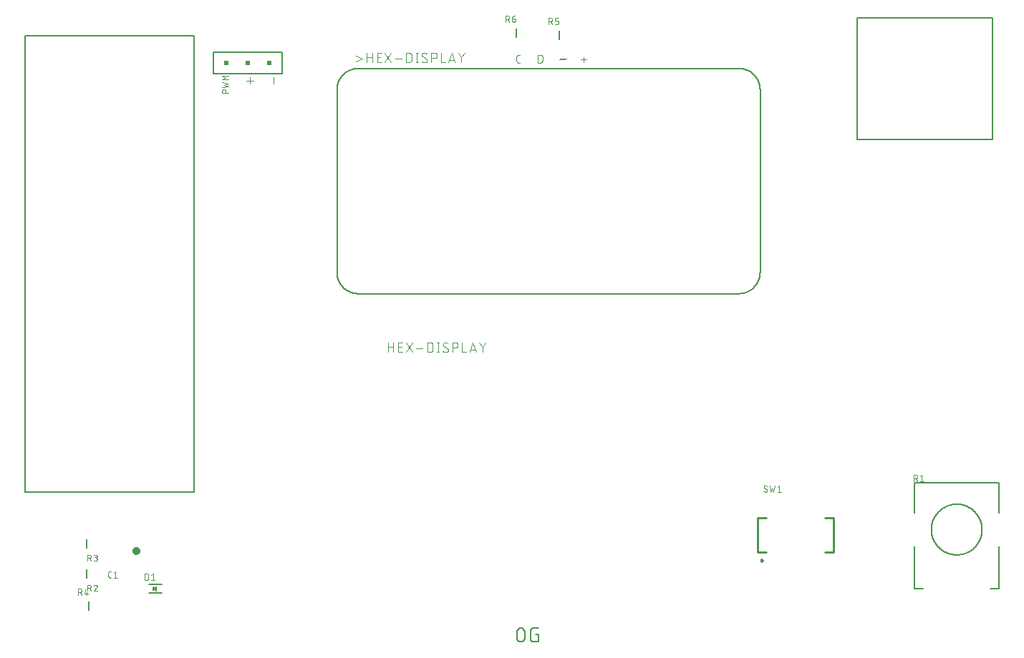
<source format=gbr>
G04 EAGLE Gerber RS-274X export*
G75*
%MOMM*%
%FSLAX34Y34*%
%LPD*%
%INSilkscreen Top*%
%IPPOS*%
%AMOC8*
5,1,8,0,0,1.08239X$1,22.5*%
G01*
%ADD10C,0.152400*%
%ADD11C,0.127000*%
%ADD12C,0.076200*%
%ADD13C,0.101600*%
%ADD14R,0.508000X0.508000*%
%ADD15C,0.050800*%
%ADD16C,0.500000*%
%ADD17C,0.254000*%


D10*
X686562Y56078D02*
X686562Y63302D01*
X686564Y63435D01*
X686570Y63567D01*
X686580Y63699D01*
X686593Y63831D01*
X686611Y63963D01*
X686632Y64093D01*
X686657Y64224D01*
X686686Y64353D01*
X686719Y64481D01*
X686755Y64609D01*
X686795Y64735D01*
X686839Y64860D01*
X686887Y64984D01*
X686938Y65106D01*
X686993Y65227D01*
X687051Y65346D01*
X687113Y65464D01*
X687178Y65579D01*
X687247Y65693D01*
X687318Y65804D01*
X687394Y65913D01*
X687472Y66020D01*
X687553Y66125D01*
X687638Y66227D01*
X687725Y66327D01*
X687815Y66424D01*
X687908Y66519D01*
X688004Y66610D01*
X688102Y66699D01*
X688203Y66785D01*
X688307Y66868D01*
X688413Y66948D01*
X688521Y67024D01*
X688631Y67098D01*
X688744Y67168D01*
X688858Y67235D01*
X688975Y67298D01*
X689093Y67358D01*
X689213Y67415D01*
X689335Y67468D01*
X689458Y67517D01*
X689582Y67563D01*
X689708Y67605D01*
X689835Y67643D01*
X689963Y67678D01*
X690092Y67709D01*
X690221Y67736D01*
X690352Y67759D01*
X690483Y67779D01*
X690615Y67794D01*
X690747Y67806D01*
X690879Y67814D01*
X691012Y67818D01*
X691144Y67818D01*
X691277Y67814D01*
X691409Y67806D01*
X691541Y67794D01*
X691673Y67779D01*
X691804Y67759D01*
X691935Y67736D01*
X692064Y67709D01*
X692193Y67678D01*
X692321Y67643D01*
X692448Y67605D01*
X692574Y67563D01*
X692698Y67517D01*
X692821Y67468D01*
X692943Y67415D01*
X693063Y67358D01*
X693181Y67298D01*
X693298Y67235D01*
X693412Y67168D01*
X693525Y67098D01*
X693635Y67024D01*
X693743Y66948D01*
X693849Y66868D01*
X693953Y66785D01*
X694054Y66699D01*
X694152Y66610D01*
X694248Y66519D01*
X694341Y66424D01*
X694431Y66327D01*
X694518Y66227D01*
X694603Y66125D01*
X694684Y66020D01*
X694762Y65913D01*
X694838Y65804D01*
X694909Y65693D01*
X694978Y65579D01*
X695043Y65464D01*
X695105Y65346D01*
X695163Y65227D01*
X695218Y65106D01*
X695269Y64984D01*
X695317Y64860D01*
X695361Y64735D01*
X695401Y64609D01*
X695437Y64481D01*
X695470Y64353D01*
X695499Y64224D01*
X695524Y64093D01*
X695545Y63963D01*
X695563Y63831D01*
X695576Y63699D01*
X695586Y63567D01*
X695592Y63435D01*
X695594Y63302D01*
X695593Y63302D02*
X695593Y56078D01*
X695594Y56078D02*
X695592Y55945D01*
X695586Y55813D01*
X695576Y55681D01*
X695563Y55549D01*
X695545Y55417D01*
X695524Y55287D01*
X695499Y55156D01*
X695470Y55027D01*
X695437Y54899D01*
X695401Y54771D01*
X695361Y54645D01*
X695317Y54520D01*
X695269Y54396D01*
X695218Y54274D01*
X695163Y54153D01*
X695105Y54034D01*
X695043Y53916D01*
X694978Y53801D01*
X694909Y53687D01*
X694838Y53576D01*
X694762Y53467D01*
X694684Y53360D01*
X694603Y53255D01*
X694518Y53153D01*
X694431Y53053D01*
X694341Y52956D01*
X694248Y52861D01*
X694152Y52770D01*
X694054Y52681D01*
X693953Y52595D01*
X693849Y52512D01*
X693743Y52432D01*
X693635Y52356D01*
X693525Y52282D01*
X693412Y52212D01*
X693298Y52145D01*
X693181Y52082D01*
X693063Y52022D01*
X692943Y51965D01*
X692821Y51912D01*
X692698Y51863D01*
X692574Y51817D01*
X692448Y51775D01*
X692321Y51737D01*
X692193Y51702D01*
X692064Y51671D01*
X691935Y51644D01*
X691804Y51621D01*
X691673Y51601D01*
X691541Y51586D01*
X691409Y51574D01*
X691277Y51566D01*
X691144Y51562D01*
X691012Y51562D01*
X690879Y51566D01*
X690747Y51574D01*
X690615Y51586D01*
X690483Y51601D01*
X690352Y51621D01*
X690221Y51644D01*
X690092Y51671D01*
X689963Y51702D01*
X689835Y51737D01*
X689708Y51775D01*
X689582Y51817D01*
X689458Y51863D01*
X689335Y51912D01*
X689213Y51965D01*
X689093Y52022D01*
X688975Y52082D01*
X688858Y52145D01*
X688744Y52212D01*
X688631Y52282D01*
X688521Y52356D01*
X688413Y52432D01*
X688307Y52512D01*
X688203Y52595D01*
X688102Y52681D01*
X688004Y52770D01*
X687908Y52861D01*
X687815Y52956D01*
X687725Y53053D01*
X687638Y53153D01*
X687553Y53255D01*
X687472Y53360D01*
X687394Y53467D01*
X687318Y53576D01*
X687247Y53687D01*
X687178Y53801D01*
X687113Y53916D01*
X687051Y54034D01*
X686993Y54153D01*
X686938Y54274D01*
X686887Y54396D01*
X686839Y54520D01*
X686795Y54645D01*
X686755Y54771D01*
X686719Y54899D01*
X686686Y55027D01*
X686657Y55156D01*
X686632Y55287D01*
X686611Y55417D01*
X686593Y55549D01*
X686580Y55681D01*
X686570Y55813D01*
X686564Y55945D01*
X686562Y56078D01*
X709036Y60593D02*
X711745Y60593D01*
X711745Y51562D01*
X706327Y51562D01*
X706209Y51564D01*
X706091Y51570D01*
X705973Y51579D01*
X705856Y51593D01*
X705739Y51610D01*
X705622Y51631D01*
X705507Y51656D01*
X705392Y51685D01*
X705278Y51718D01*
X705166Y51754D01*
X705055Y51794D01*
X704945Y51837D01*
X704836Y51884D01*
X704729Y51934D01*
X704624Y51989D01*
X704521Y52046D01*
X704420Y52107D01*
X704320Y52171D01*
X704223Y52238D01*
X704128Y52308D01*
X704036Y52382D01*
X703945Y52458D01*
X703858Y52538D01*
X703773Y52620D01*
X703691Y52705D01*
X703611Y52792D01*
X703535Y52883D01*
X703461Y52975D01*
X703391Y53070D01*
X703324Y53167D01*
X703260Y53267D01*
X703199Y53368D01*
X703142Y53471D01*
X703087Y53576D01*
X703037Y53683D01*
X702990Y53792D01*
X702947Y53902D01*
X702907Y54013D01*
X702871Y54125D01*
X702838Y54239D01*
X702809Y54354D01*
X702784Y54469D01*
X702763Y54586D01*
X702746Y54703D01*
X702732Y54820D01*
X702723Y54938D01*
X702717Y55056D01*
X702715Y55174D01*
X702714Y55174D02*
X702714Y64206D01*
X702715Y64206D02*
X702717Y64324D01*
X702723Y64442D01*
X702732Y64560D01*
X702746Y64677D01*
X702763Y64794D01*
X702784Y64911D01*
X702809Y65026D01*
X702838Y65141D01*
X702871Y65255D01*
X702907Y65367D01*
X702947Y65478D01*
X702990Y65588D01*
X703037Y65697D01*
X703087Y65804D01*
X703141Y65909D01*
X703199Y66012D01*
X703260Y66113D01*
X703324Y66213D01*
X703391Y66310D01*
X703461Y66405D01*
X703535Y66497D01*
X703611Y66588D01*
X703691Y66675D01*
X703773Y66760D01*
X703858Y66842D01*
X703945Y66922D01*
X704036Y66998D01*
X704128Y67072D01*
X704223Y67142D01*
X704320Y67209D01*
X704420Y67273D01*
X704521Y67334D01*
X704624Y67391D01*
X704729Y67445D01*
X704836Y67496D01*
X704945Y67543D01*
X705055Y67586D01*
X705166Y67626D01*
X705278Y67662D01*
X705392Y67695D01*
X705507Y67724D01*
X705622Y67749D01*
X705739Y67770D01*
X705856Y67787D01*
X705973Y67801D01*
X706091Y67810D01*
X706209Y67816D01*
X706327Y67818D01*
X711745Y67818D01*
D11*
X473710Y488950D02*
X473710Y704850D01*
X974090Y704850D02*
X974090Y488950D01*
X948690Y730250D02*
X499110Y730250D01*
X499110Y463550D02*
X948690Y463550D01*
X949304Y463557D01*
X949917Y463580D01*
X950530Y463617D01*
X951141Y463669D01*
X951752Y463735D01*
X952360Y463817D01*
X952966Y463913D01*
X953570Y464023D01*
X954171Y464148D01*
X954769Y464288D01*
X955363Y464442D01*
X955953Y464611D01*
X956539Y464793D01*
X957120Y464990D01*
X957697Y465201D01*
X958268Y465425D01*
X958834Y465663D01*
X959394Y465915D01*
X959947Y466181D01*
X960494Y466459D01*
X961034Y466751D01*
X961567Y467056D01*
X962092Y467374D01*
X962610Y467704D01*
X963119Y468046D01*
X963620Y468401D01*
X964112Y468768D01*
X964595Y469146D01*
X965069Y469536D01*
X965533Y469938D01*
X965988Y470350D01*
X966432Y470774D01*
X966866Y471208D01*
X967290Y471652D01*
X967702Y472107D01*
X968104Y472571D01*
X968494Y473045D01*
X968872Y473528D01*
X969239Y474020D01*
X969594Y474521D01*
X969936Y475030D01*
X970266Y475548D01*
X970584Y476073D01*
X970889Y476606D01*
X971181Y477146D01*
X971459Y477693D01*
X971725Y478246D01*
X971977Y478806D01*
X972215Y479372D01*
X972439Y479943D01*
X972650Y480520D01*
X972847Y481101D01*
X973029Y481687D01*
X973198Y482277D01*
X973352Y482871D01*
X973492Y483469D01*
X973617Y484070D01*
X973727Y484674D01*
X973823Y485280D01*
X973905Y485888D01*
X973971Y486499D01*
X974023Y487110D01*
X974060Y487723D01*
X974083Y488336D01*
X974090Y488950D01*
X974090Y704850D02*
X974083Y705464D01*
X974060Y706077D01*
X974023Y706690D01*
X973971Y707301D01*
X973905Y707912D01*
X973823Y708520D01*
X973727Y709126D01*
X973617Y709730D01*
X973492Y710331D01*
X973352Y710929D01*
X973198Y711523D01*
X973029Y712113D01*
X972847Y712699D01*
X972650Y713280D01*
X972439Y713857D01*
X972215Y714428D01*
X971977Y714994D01*
X971725Y715554D01*
X971459Y716107D01*
X971181Y716654D01*
X970889Y717194D01*
X970584Y717727D01*
X970266Y718252D01*
X969936Y718770D01*
X969594Y719279D01*
X969239Y719780D01*
X968872Y720272D01*
X968494Y720755D01*
X968104Y721229D01*
X967702Y721693D01*
X967290Y722148D01*
X966866Y722592D01*
X966432Y723026D01*
X965988Y723450D01*
X965533Y723862D01*
X965069Y724264D01*
X964595Y724654D01*
X964112Y725032D01*
X963620Y725399D01*
X963119Y725754D01*
X962610Y726096D01*
X962092Y726426D01*
X961567Y726744D01*
X961034Y727049D01*
X960494Y727341D01*
X959947Y727619D01*
X959394Y727885D01*
X958834Y728137D01*
X958268Y728375D01*
X957697Y728599D01*
X957120Y728810D01*
X956539Y729007D01*
X955953Y729189D01*
X955363Y729358D01*
X954769Y729512D01*
X954171Y729652D01*
X953570Y729777D01*
X952966Y729887D01*
X952360Y729983D01*
X951752Y730065D01*
X951141Y730131D01*
X950530Y730183D01*
X949917Y730220D01*
X949304Y730243D01*
X948690Y730250D01*
X499110Y730250D02*
X498496Y730243D01*
X497883Y730220D01*
X497270Y730183D01*
X496659Y730131D01*
X496048Y730065D01*
X495440Y729983D01*
X494834Y729887D01*
X494230Y729777D01*
X493629Y729652D01*
X493031Y729512D01*
X492437Y729358D01*
X491847Y729189D01*
X491261Y729007D01*
X490680Y728810D01*
X490103Y728599D01*
X489532Y728375D01*
X488966Y728137D01*
X488406Y727885D01*
X487853Y727619D01*
X487306Y727341D01*
X486766Y727049D01*
X486233Y726744D01*
X485708Y726426D01*
X485190Y726096D01*
X484681Y725754D01*
X484180Y725399D01*
X483688Y725032D01*
X483205Y724654D01*
X482731Y724264D01*
X482267Y723862D01*
X481812Y723450D01*
X481368Y723026D01*
X480934Y722592D01*
X480510Y722148D01*
X480098Y721693D01*
X479696Y721229D01*
X479306Y720755D01*
X478928Y720272D01*
X478561Y719780D01*
X478206Y719279D01*
X477864Y718770D01*
X477534Y718252D01*
X477216Y717727D01*
X476911Y717194D01*
X476619Y716654D01*
X476341Y716107D01*
X476075Y715554D01*
X475823Y714994D01*
X475585Y714428D01*
X475361Y713857D01*
X475150Y713280D01*
X474953Y712699D01*
X474771Y712113D01*
X474602Y711523D01*
X474448Y710929D01*
X474308Y710331D01*
X474183Y709730D01*
X474073Y709126D01*
X473977Y708520D01*
X473895Y707912D01*
X473829Y707301D01*
X473777Y706690D01*
X473740Y706077D01*
X473717Y705464D01*
X473710Y704850D01*
X473710Y488950D02*
X473717Y488336D01*
X473740Y487723D01*
X473777Y487110D01*
X473829Y486499D01*
X473895Y485888D01*
X473977Y485280D01*
X474073Y484674D01*
X474183Y484070D01*
X474308Y483469D01*
X474448Y482871D01*
X474602Y482277D01*
X474771Y481687D01*
X474953Y481101D01*
X475150Y480520D01*
X475361Y479943D01*
X475585Y479372D01*
X475823Y478806D01*
X476075Y478246D01*
X476341Y477693D01*
X476619Y477146D01*
X476911Y476606D01*
X477216Y476073D01*
X477534Y475548D01*
X477864Y475030D01*
X478206Y474521D01*
X478561Y474020D01*
X478928Y473528D01*
X479306Y473045D01*
X479696Y472571D01*
X480098Y472107D01*
X480510Y471652D01*
X480934Y471208D01*
X481368Y470774D01*
X481812Y470350D01*
X482267Y469938D01*
X482731Y469536D01*
X483205Y469146D01*
X483688Y468768D01*
X484180Y468401D01*
X484681Y468046D01*
X485190Y467704D01*
X485708Y467374D01*
X486233Y467056D01*
X486766Y466751D01*
X487306Y466459D01*
X487853Y466181D01*
X488406Y465915D01*
X488966Y465663D01*
X489532Y465425D01*
X490103Y465201D01*
X490680Y464990D01*
X491261Y464793D01*
X491847Y464611D01*
X492437Y464442D01*
X493031Y464288D01*
X493629Y464148D01*
X494230Y464023D01*
X494834Y463913D01*
X495440Y463817D01*
X496048Y463735D01*
X496659Y463669D01*
X497270Y463617D01*
X497883Y463580D01*
X498496Y463557D01*
X499110Y463550D01*
D12*
X688269Y736981D02*
X690358Y736981D01*
X688269Y736981D02*
X688180Y736983D01*
X688092Y736989D01*
X688004Y736998D01*
X687916Y737011D01*
X687829Y737028D01*
X687743Y737048D01*
X687658Y737073D01*
X687573Y737100D01*
X687490Y737132D01*
X687409Y737166D01*
X687329Y737205D01*
X687251Y737246D01*
X687174Y737291D01*
X687100Y737339D01*
X687027Y737390D01*
X686957Y737444D01*
X686890Y737502D01*
X686824Y737562D01*
X686762Y737624D01*
X686702Y737690D01*
X686644Y737757D01*
X686590Y737827D01*
X686539Y737900D01*
X686491Y737974D01*
X686446Y738051D01*
X686405Y738129D01*
X686366Y738209D01*
X686332Y738290D01*
X686300Y738373D01*
X686273Y738458D01*
X686248Y738543D01*
X686228Y738629D01*
X686211Y738716D01*
X686198Y738804D01*
X686189Y738892D01*
X686183Y738980D01*
X686181Y739069D01*
X686181Y744291D01*
X686183Y744382D01*
X686189Y744473D01*
X686199Y744564D01*
X686213Y744654D01*
X686230Y744743D01*
X686252Y744831D01*
X686278Y744919D01*
X686307Y745005D01*
X686340Y745090D01*
X686377Y745173D01*
X686417Y745255D01*
X686461Y745335D01*
X686508Y745413D01*
X686559Y745489D01*
X686612Y745562D01*
X686669Y745633D01*
X686730Y745702D01*
X686793Y745767D01*
X686858Y745830D01*
X686927Y745890D01*
X686998Y745948D01*
X687071Y746001D01*
X687147Y746052D01*
X687225Y746099D01*
X687305Y746143D01*
X687387Y746183D01*
X687470Y746220D01*
X687555Y746253D01*
X687641Y746282D01*
X687729Y746308D01*
X687817Y746330D01*
X687906Y746347D01*
X687996Y746361D01*
X688087Y746371D01*
X688178Y746377D01*
X688269Y746379D01*
X690358Y746379D01*
X711581Y746379D02*
X711581Y736981D01*
X711581Y746379D02*
X714192Y746379D01*
X714292Y746377D01*
X714392Y746371D01*
X714491Y746362D01*
X714591Y746348D01*
X714689Y746331D01*
X714787Y746310D01*
X714884Y746286D01*
X714980Y746257D01*
X715075Y746225D01*
X715168Y746190D01*
X715260Y746151D01*
X715351Y746108D01*
X715439Y746062D01*
X715526Y746012D01*
X715611Y745960D01*
X715694Y745904D01*
X715775Y745845D01*
X715853Y745782D01*
X715929Y745717D01*
X716003Y745649D01*
X716073Y745579D01*
X716141Y745505D01*
X716206Y745429D01*
X716269Y745351D01*
X716328Y745270D01*
X716384Y745187D01*
X716436Y745102D01*
X716486Y745015D01*
X716532Y744927D01*
X716575Y744836D01*
X716614Y744744D01*
X716649Y744651D01*
X716681Y744556D01*
X716710Y744460D01*
X716734Y744363D01*
X716755Y744265D01*
X716772Y744167D01*
X716786Y744067D01*
X716795Y743968D01*
X716801Y743868D01*
X716803Y743768D01*
X716802Y743768D02*
X716802Y739592D01*
X716803Y739592D02*
X716801Y739492D01*
X716795Y739392D01*
X716786Y739293D01*
X716772Y739193D01*
X716755Y739095D01*
X716734Y738997D01*
X716710Y738900D01*
X716681Y738804D01*
X716649Y738709D01*
X716614Y738616D01*
X716575Y738524D01*
X716532Y738433D01*
X716486Y738345D01*
X716436Y738258D01*
X716384Y738173D01*
X716328Y738090D01*
X716269Y738009D01*
X716206Y737931D01*
X716141Y737855D01*
X716073Y737781D01*
X716003Y737711D01*
X715929Y737643D01*
X715853Y737578D01*
X715775Y737515D01*
X715694Y737456D01*
X715611Y737400D01*
X715526Y737348D01*
X715439Y737298D01*
X715351Y737252D01*
X715260Y737209D01*
X715168Y737170D01*
X715075Y737135D01*
X714980Y737103D01*
X714884Y737074D01*
X714787Y737050D01*
X714689Y737029D01*
X714591Y737012D01*
X714491Y736998D01*
X714392Y736989D01*
X714292Y736983D01*
X714192Y736981D01*
X711581Y736981D01*
X762381Y740636D02*
X768646Y740636D01*
X765514Y743768D02*
X765514Y737503D01*
D13*
X744897Y741652D02*
X737108Y741652D01*
D12*
X736981Y740636D02*
X743246Y740636D01*
D13*
X503597Y741652D02*
X495808Y744897D01*
X495808Y738406D02*
X503597Y741652D01*
X509030Y737108D02*
X509030Y748792D01*
X509030Y743599D02*
X515521Y743599D01*
X515521Y748792D02*
X515521Y737108D01*
X521245Y737108D02*
X526438Y737108D01*
X521245Y737108D02*
X521245Y748792D01*
X526438Y748792D01*
X525139Y743599D02*
X521245Y743599D01*
X530098Y737108D02*
X537887Y748792D01*
X530098Y748792D02*
X537887Y737108D01*
X542290Y741652D02*
X550079Y741652D01*
X555512Y737108D02*
X555512Y748792D01*
X558758Y748792D01*
X558871Y748790D01*
X558984Y748784D01*
X559097Y748774D01*
X559210Y748760D01*
X559322Y748743D01*
X559433Y748721D01*
X559543Y748696D01*
X559653Y748666D01*
X559761Y748633D01*
X559868Y748596D01*
X559974Y748556D01*
X560078Y748511D01*
X560181Y748463D01*
X560282Y748412D01*
X560381Y748357D01*
X560478Y748299D01*
X560573Y748237D01*
X560666Y748172D01*
X560756Y748104D01*
X560844Y748033D01*
X560930Y747958D01*
X561013Y747881D01*
X561093Y747801D01*
X561170Y747718D01*
X561245Y747632D01*
X561316Y747544D01*
X561384Y747454D01*
X561449Y747361D01*
X561511Y747266D01*
X561569Y747169D01*
X561624Y747070D01*
X561675Y746969D01*
X561723Y746866D01*
X561768Y746762D01*
X561808Y746656D01*
X561845Y746549D01*
X561878Y746441D01*
X561908Y746331D01*
X561933Y746221D01*
X561955Y746110D01*
X561972Y745998D01*
X561986Y745885D01*
X561996Y745772D01*
X562002Y745659D01*
X562004Y745546D01*
X562003Y745546D02*
X562003Y740354D01*
X562004Y740354D02*
X562002Y740241D01*
X561996Y740128D01*
X561986Y740015D01*
X561972Y739902D01*
X561955Y739790D01*
X561933Y739679D01*
X561908Y739569D01*
X561878Y739459D01*
X561845Y739351D01*
X561808Y739244D01*
X561768Y739138D01*
X561723Y739034D01*
X561675Y738931D01*
X561624Y738830D01*
X561569Y738731D01*
X561511Y738634D01*
X561449Y738539D01*
X561384Y738446D01*
X561316Y738356D01*
X561245Y738268D01*
X561170Y738182D01*
X561093Y738099D01*
X561013Y738019D01*
X560930Y737942D01*
X560844Y737867D01*
X560756Y737796D01*
X560666Y737728D01*
X560573Y737663D01*
X560478Y737601D01*
X560381Y737543D01*
X560282Y737488D01*
X560181Y737437D01*
X560078Y737389D01*
X559974Y737344D01*
X559868Y737304D01*
X559761Y737267D01*
X559653Y737234D01*
X559543Y737204D01*
X559433Y737179D01*
X559322Y737157D01*
X559210Y737140D01*
X559097Y737126D01*
X558984Y737116D01*
X558871Y737110D01*
X558758Y737108D01*
X555512Y737108D01*
X568283Y737108D02*
X568283Y748792D01*
X566984Y737108D02*
X569581Y737108D01*
X569581Y748792D02*
X566984Y748792D01*
X577695Y737108D02*
X577794Y737110D01*
X577894Y737116D01*
X577993Y737125D01*
X578091Y737138D01*
X578189Y737155D01*
X578287Y737176D01*
X578383Y737201D01*
X578478Y737229D01*
X578572Y737261D01*
X578665Y737296D01*
X578757Y737335D01*
X578847Y737378D01*
X578935Y737423D01*
X579022Y737473D01*
X579106Y737525D01*
X579189Y737581D01*
X579269Y737639D01*
X579347Y737701D01*
X579422Y737766D01*
X579495Y737834D01*
X579565Y737904D01*
X579633Y737977D01*
X579698Y738052D01*
X579760Y738130D01*
X579818Y738210D01*
X579874Y738293D01*
X579926Y738377D01*
X579976Y738464D01*
X580021Y738552D01*
X580064Y738642D01*
X580103Y738734D01*
X580138Y738827D01*
X580170Y738921D01*
X580198Y739016D01*
X580223Y739112D01*
X580244Y739210D01*
X580261Y739308D01*
X580274Y739406D01*
X580283Y739505D01*
X580289Y739605D01*
X580291Y739704D01*
X577695Y737108D02*
X577551Y737110D01*
X577406Y737116D01*
X577262Y737125D01*
X577119Y737138D01*
X576975Y737155D01*
X576832Y737176D01*
X576690Y737201D01*
X576549Y737229D01*
X576408Y737261D01*
X576268Y737297D01*
X576129Y737336D01*
X575991Y737379D01*
X575855Y737426D01*
X575719Y737476D01*
X575585Y737530D01*
X575453Y737587D01*
X575322Y737648D01*
X575193Y737712D01*
X575065Y737780D01*
X574939Y737850D01*
X574815Y737925D01*
X574694Y738002D01*
X574574Y738083D01*
X574456Y738166D01*
X574341Y738253D01*
X574228Y738343D01*
X574117Y738436D01*
X574009Y738531D01*
X573903Y738630D01*
X573800Y738731D01*
X574125Y746196D02*
X574127Y746295D01*
X574133Y746395D01*
X574142Y746494D01*
X574155Y746592D01*
X574172Y746690D01*
X574193Y746788D01*
X574218Y746884D01*
X574246Y746979D01*
X574278Y747073D01*
X574313Y747166D01*
X574352Y747258D01*
X574395Y747348D01*
X574440Y747436D01*
X574490Y747523D01*
X574542Y747607D01*
X574598Y747690D01*
X574656Y747770D01*
X574718Y747848D01*
X574783Y747923D01*
X574851Y747996D01*
X574921Y748066D01*
X574994Y748134D01*
X575069Y748199D01*
X575147Y748261D01*
X575227Y748319D01*
X575310Y748375D01*
X575394Y748427D01*
X575481Y748477D01*
X575569Y748522D01*
X575659Y748565D01*
X575751Y748604D01*
X575844Y748639D01*
X575938Y748671D01*
X576033Y748699D01*
X576130Y748724D01*
X576227Y748745D01*
X576325Y748762D01*
X576423Y748775D01*
X576522Y748784D01*
X576622Y748790D01*
X576721Y748792D01*
X576857Y748790D01*
X576993Y748784D01*
X577129Y748775D01*
X577265Y748762D01*
X577400Y748744D01*
X577534Y748724D01*
X577668Y748699D01*
X577802Y748671D01*
X577934Y748638D01*
X578065Y748603D01*
X578196Y748563D01*
X578325Y748520D01*
X578453Y748474D01*
X578579Y748423D01*
X578705Y748370D01*
X578828Y748312D01*
X578950Y748252D01*
X579070Y748188D01*
X579189Y748120D01*
X579305Y748050D01*
X579419Y747976D01*
X579532Y747899D01*
X579642Y747818D01*
X575423Y743924D02*
X575337Y743977D01*
X575253Y744034D01*
X575171Y744093D01*
X575091Y744156D01*
X575014Y744222D01*
X574939Y744290D01*
X574867Y744362D01*
X574798Y744436D01*
X574732Y744513D01*
X574669Y744592D01*
X574609Y744674D01*
X574552Y744758D01*
X574498Y744844D01*
X574448Y744932D01*
X574401Y745022D01*
X574357Y745113D01*
X574318Y745207D01*
X574281Y745301D01*
X574249Y745397D01*
X574220Y745495D01*
X574195Y745593D01*
X574174Y745692D01*
X574156Y745792D01*
X574143Y745892D01*
X574133Y745993D01*
X574127Y746095D01*
X574125Y746196D01*
X578993Y741976D02*
X579079Y741923D01*
X579163Y741866D01*
X579245Y741807D01*
X579325Y741744D01*
X579402Y741678D01*
X579477Y741610D01*
X579549Y741538D01*
X579618Y741464D01*
X579684Y741387D01*
X579747Y741308D01*
X579807Y741226D01*
X579864Y741142D01*
X579918Y741056D01*
X579968Y740968D01*
X580015Y740878D01*
X580059Y740787D01*
X580098Y740693D01*
X580135Y740599D01*
X580167Y740503D01*
X580196Y740405D01*
X580221Y740307D01*
X580242Y740208D01*
X580260Y740108D01*
X580273Y740008D01*
X580283Y739907D01*
X580289Y739805D01*
X580291Y739704D01*
X578993Y741976D02*
X575423Y743924D01*
X585399Y748792D02*
X585399Y737108D01*
X585399Y748792D02*
X588645Y748792D01*
X588758Y748790D01*
X588871Y748784D01*
X588984Y748774D01*
X589097Y748760D01*
X589209Y748743D01*
X589320Y748721D01*
X589430Y748696D01*
X589540Y748666D01*
X589648Y748633D01*
X589755Y748596D01*
X589861Y748556D01*
X589965Y748511D01*
X590068Y748463D01*
X590169Y748412D01*
X590268Y748357D01*
X590365Y748299D01*
X590460Y748237D01*
X590553Y748172D01*
X590643Y748104D01*
X590731Y748033D01*
X590817Y747958D01*
X590900Y747881D01*
X590980Y747801D01*
X591057Y747718D01*
X591132Y747632D01*
X591203Y747544D01*
X591271Y747454D01*
X591336Y747361D01*
X591398Y747266D01*
X591456Y747169D01*
X591511Y747070D01*
X591562Y746969D01*
X591610Y746866D01*
X591655Y746762D01*
X591695Y746656D01*
X591732Y746549D01*
X591765Y746441D01*
X591795Y746331D01*
X591820Y746221D01*
X591842Y746110D01*
X591859Y745998D01*
X591873Y745885D01*
X591883Y745772D01*
X591889Y745659D01*
X591891Y745546D01*
X591889Y745433D01*
X591883Y745320D01*
X591873Y745207D01*
X591859Y745094D01*
X591842Y744982D01*
X591820Y744871D01*
X591795Y744761D01*
X591765Y744651D01*
X591732Y744543D01*
X591695Y744436D01*
X591655Y744330D01*
X591610Y744226D01*
X591562Y744123D01*
X591511Y744022D01*
X591456Y743923D01*
X591398Y743826D01*
X591336Y743731D01*
X591271Y743638D01*
X591203Y743548D01*
X591132Y743460D01*
X591057Y743374D01*
X590980Y743291D01*
X590900Y743211D01*
X590817Y743134D01*
X590731Y743059D01*
X590643Y742988D01*
X590553Y742920D01*
X590460Y742855D01*
X590365Y742793D01*
X590268Y742735D01*
X590169Y742680D01*
X590068Y742629D01*
X589965Y742581D01*
X589861Y742536D01*
X589755Y742496D01*
X589648Y742459D01*
X589540Y742426D01*
X589430Y742396D01*
X589320Y742371D01*
X589209Y742349D01*
X589097Y742332D01*
X588984Y742318D01*
X588871Y742308D01*
X588758Y742302D01*
X588645Y742300D01*
X588645Y742301D02*
X585399Y742301D01*
X596683Y737108D02*
X596683Y748792D01*
X596683Y737108D02*
X601875Y737108D01*
X605536Y737108D02*
X609431Y748792D01*
X613325Y737108D01*
X612352Y740029D02*
X606510Y740029D01*
X616966Y748792D02*
X620861Y743275D01*
X624755Y748792D01*
X620861Y743275D02*
X620861Y737108D01*
X533908Y405892D02*
X533908Y394208D01*
X533908Y400699D02*
X540399Y400699D01*
X540399Y405892D02*
X540399Y394208D01*
X546123Y394208D02*
X551315Y394208D01*
X546123Y394208D02*
X546123Y405892D01*
X551315Y405892D01*
X550017Y400699D02*
X546123Y400699D01*
X554976Y394208D02*
X562765Y405892D01*
X554976Y405892D02*
X562765Y394208D01*
X567168Y398752D02*
X574957Y398752D01*
X580390Y394208D02*
X580390Y405892D01*
X583636Y405892D01*
X583749Y405890D01*
X583862Y405884D01*
X583975Y405874D01*
X584088Y405860D01*
X584200Y405843D01*
X584311Y405821D01*
X584421Y405796D01*
X584531Y405766D01*
X584639Y405733D01*
X584746Y405696D01*
X584852Y405656D01*
X584956Y405611D01*
X585059Y405563D01*
X585160Y405512D01*
X585259Y405457D01*
X585356Y405399D01*
X585451Y405337D01*
X585544Y405272D01*
X585634Y405204D01*
X585722Y405133D01*
X585808Y405058D01*
X585891Y404981D01*
X585971Y404901D01*
X586048Y404818D01*
X586123Y404732D01*
X586194Y404644D01*
X586262Y404554D01*
X586327Y404461D01*
X586389Y404366D01*
X586447Y404269D01*
X586502Y404170D01*
X586553Y404069D01*
X586601Y403966D01*
X586646Y403862D01*
X586686Y403756D01*
X586723Y403649D01*
X586756Y403541D01*
X586786Y403431D01*
X586811Y403321D01*
X586833Y403210D01*
X586850Y403098D01*
X586864Y402985D01*
X586874Y402872D01*
X586880Y402759D01*
X586882Y402646D01*
X586881Y402646D02*
X586881Y397454D01*
X586882Y397454D02*
X586880Y397341D01*
X586874Y397228D01*
X586864Y397115D01*
X586850Y397002D01*
X586833Y396890D01*
X586811Y396779D01*
X586786Y396669D01*
X586756Y396559D01*
X586723Y396451D01*
X586686Y396344D01*
X586646Y396238D01*
X586601Y396134D01*
X586553Y396031D01*
X586502Y395930D01*
X586447Y395831D01*
X586389Y395734D01*
X586327Y395639D01*
X586262Y395546D01*
X586194Y395456D01*
X586123Y395368D01*
X586048Y395282D01*
X585971Y395199D01*
X585891Y395119D01*
X585808Y395042D01*
X585722Y394967D01*
X585634Y394896D01*
X585544Y394828D01*
X585451Y394763D01*
X585356Y394701D01*
X585259Y394643D01*
X585160Y394588D01*
X585059Y394537D01*
X584956Y394489D01*
X584852Y394444D01*
X584746Y394404D01*
X584639Y394367D01*
X584531Y394334D01*
X584421Y394304D01*
X584311Y394279D01*
X584200Y394257D01*
X584088Y394240D01*
X583975Y394226D01*
X583862Y394216D01*
X583749Y394210D01*
X583636Y394208D01*
X580390Y394208D01*
X593161Y394208D02*
X593161Y405892D01*
X591862Y394208D02*
X594459Y394208D01*
X594459Y405892D02*
X591862Y405892D01*
X602573Y394208D02*
X602672Y394210D01*
X602772Y394216D01*
X602871Y394225D01*
X602969Y394238D01*
X603067Y394255D01*
X603165Y394276D01*
X603261Y394301D01*
X603356Y394329D01*
X603450Y394361D01*
X603543Y394396D01*
X603635Y394435D01*
X603725Y394478D01*
X603813Y394523D01*
X603900Y394573D01*
X603984Y394625D01*
X604067Y394681D01*
X604147Y394739D01*
X604225Y394801D01*
X604300Y394866D01*
X604373Y394934D01*
X604443Y395004D01*
X604511Y395077D01*
X604576Y395152D01*
X604638Y395230D01*
X604696Y395310D01*
X604752Y395393D01*
X604804Y395477D01*
X604854Y395564D01*
X604899Y395652D01*
X604942Y395742D01*
X604981Y395834D01*
X605016Y395927D01*
X605048Y396021D01*
X605076Y396116D01*
X605101Y396212D01*
X605122Y396310D01*
X605139Y396408D01*
X605152Y396506D01*
X605161Y396605D01*
X605167Y396705D01*
X605169Y396804D01*
X602573Y394208D02*
X602429Y394210D01*
X602284Y394216D01*
X602140Y394225D01*
X601997Y394238D01*
X601853Y394255D01*
X601710Y394276D01*
X601568Y394301D01*
X601427Y394329D01*
X601286Y394361D01*
X601146Y394397D01*
X601007Y394436D01*
X600869Y394479D01*
X600733Y394526D01*
X600597Y394576D01*
X600463Y394630D01*
X600331Y394687D01*
X600200Y394748D01*
X600071Y394812D01*
X599943Y394880D01*
X599817Y394950D01*
X599693Y395025D01*
X599572Y395102D01*
X599452Y395183D01*
X599334Y395266D01*
X599219Y395353D01*
X599106Y395443D01*
X598995Y395536D01*
X598887Y395631D01*
X598781Y395730D01*
X598678Y395831D01*
X599003Y403296D02*
X599005Y403395D01*
X599011Y403495D01*
X599020Y403594D01*
X599033Y403692D01*
X599050Y403790D01*
X599071Y403888D01*
X599096Y403984D01*
X599124Y404079D01*
X599156Y404173D01*
X599191Y404266D01*
X599230Y404358D01*
X599273Y404448D01*
X599318Y404536D01*
X599368Y404623D01*
X599420Y404707D01*
X599476Y404790D01*
X599534Y404870D01*
X599596Y404948D01*
X599661Y405023D01*
X599729Y405096D01*
X599799Y405166D01*
X599872Y405234D01*
X599947Y405299D01*
X600025Y405361D01*
X600105Y405419D01*
X600188Y405475D01*
X600272Y405527D01*
X600359Y405577D01*
X600447Y405622D01*
X600537Y405665D01*
X600629Y405704D01*
X600722Y405739D01*
X600816Y405771D01*
X600911Y405799D01*
X601008Y405824D01*
X601105Y405845D01*
X601203Y405862D01*
X601301Y405875D01*
X601400Y405884D01*
X601500Y405890D01*
X601599Y405892D01*
X601735Y405890D01*
X601871Y405884D01*
X602007Y405875D01*
X602143Y405862D01*
X602278Y405844D01*
X602412Y405824D01*
X602546Y405799D01*
X602680Y405771D01*
X602812Y405738D01*
X602943Y405703D01*
X603074Y405663D01*
X603203Y405620D01*
X603331Y405574D01*
X603457Y405523D01*
X603583Y405470D01*
X603706Y405412D01*
X603828Y405352D01*
X603948Y405288D01*
X604067Y405220D01*
X604183Y405150D01*
X604297Y405076D01*
X604410Y404999D01*
X604520Y404918D01*
X600300Y401024D02*
X600214Y401077D01*
X600130Y401134D01*
X600048Y401193D01*
X599968Y401256D01*
X599891Y401322D01*
X599816Y401390D01*
X599744Y401462D01*
X599675Y401536D01*
X599609Y401613D01*
X599546Y401692D01*
X599486Y401774D01*
X599429Y401858D01*
X599375Y401944D01*
X599325Y402032D01*
X599278Y402122D01*
X599234Y402213D01*
X599195Y402307D01*
X599158Y402401D01*
X599126Y402497D01*
X599097Y402595D01*
X599072Y402693D01*
X599051Y402792D01*
X599033Y402892D01*
X599020Y402992D01*
X599010Y403093D01*
X599004Y403195D01*
X599002Y403296D01*
X603871Y399076D02*
X603957Y399023D01*
X604041Y398966D01*
X604123Y398907D01*
X604203Y398844D01*
X604280Y398778D01*
X604355Y398710D01*
X604427Y398638D01*
X604496Y398564D01*
X604562Y398487D01*
X604625Y398408D01*
X604685Y398326D01*
X604742Y398242D01*
X604796Y398156D01*
X604846Y398068D01*
X604893Y397978D01*
X604937Y397887D01*
X604976Y397793D01*
X605013Y397699D01*
X605045Y397603D01*
X605074Y397505D01*
X605099Y397407D01*
X605120Y397308D01*
X605138Y397208D01*
X605151Y397108D01*
X605161Y397007D01*
X605167Y396905D01*
X605169Y396804D01*
X603871Y399076D02*
X600301Y401024D01*
X610277Y405892D02*
X610277Y394208D01*
X610277Y405892D02*
X613523Y405892D01*
X613636Y405890D01*
X613749Y405884D01*
X613862Y405874D01*
X613975Y405860D01*
X614087Y405843D01*
X614198Y405821D01*
X614308Y405796D01*
X614418Y405766D01*
X614526Y405733D01*
X614633Y405696D01*
X614739Y405656D01*
X614843Y405611D01*
X614946Y405563D01*
X615047Y405512D01*
X615146Y405457D01*
X615243Y405399D01*
X615338Y405337D01*
X615431Y405272D01*
X615521Y405204D01*
X615609Y405133D01*
X615695Y405058D01*
X615778Y404981D01*
X615858Y404901D01*
X615935Y404818D01*
X616010Y404732D01*
X616081Y404644D01*
X616149Y404554D01*
X616214Y404461D01*
X616276Y404366D01*
X616334Y404269D01*
X616389Y404170D01*
X616440Y404069D01*
X616488Y403966D01*
X616533Y403862D01*
X616573Y403756D01*
X616610Y403649D01*
X616643Y403541D01*
X616673Y403431D01*
X616698Y403321D01*
X616720Y403210D01*
X616737Y403098D01*
X616751Y402985D01*
X616761Y402872D01*
X616767Y402759D01*
X616769Y402646D01*
X616767Y402533D01*
X616761Y402420D01*
X616751Y402307D01*
X616737Y402194D01*
X616720Y402082D01*
X616698Y401971D01*
X616673Y401861D01*
X616643Y401751D01*
X616610Y401643D01*
X616573Y401536D01*
X616533Y401430D01*
X616488Y401326D01*
X616440Y401223D01*
X616389Y401122D01*
X616334Y401023D01*
X616276Y400926D01*
X616214Y400831D01*
X616149Y400738D01*
X616081Y400648D01*
X616010Y400560D01*
X615935Y400474D01*
X615858Y400391D01*
X615778Y400311D01*
X615695Y400234D01*
X615609Y400159D01*
X615521Y400088D01*
X615431Y400020D01*
X615338Y399955D01*
X615243Y399893D01*
X615146Y399835D01*
X615047Y399780D01*
X614946Y399729D01*
X614843Y399681D01*
X614739Y399636D01*
X614633Y399596D01*
X614526Y399559D01*
X614418Y399526D01*
X614308Y399496D01*
X614198Y399471D01*
X614087Y399449D01*
X613975Y399432D01*
X613862Y399418D01*
X613749Y399408D01*
X613636Y399402D01*
X613523Y399400D01*
X613523Y399401D02*
X610277Y399401D01*
X621560Y394208D02*
X621560Y405892D01*
X621560Y394208D02*
X626753Y394208D01*
X630414Y394208D02*
X634308Y405892D01*
X638203Y394208D01*
X637229Y397129D02*
X631387Y397129D01*
X641844Y405892D02*
X645738Y400375D01*
X649633Y405892D01*
X645738Y400375D02*
X645738Y394208D01*
D11*
X304800Y228600D02*
X304800Y768600D01*
X304800Y228600D02*
X104800Y228600D01*
X104800Y768600D01*
X304800Y768600D01*
D14*
X342900Y736600D03*
X368300Y736600D03*
X393700Y736600D03*
D11*
X327660Y723900D02*
X327660Y749300D01*
X408940Y749300D01*
X408940Y723900D01*
X327660Y723900D01*
D13*
X370868Y719497D02*
X370868Y711708D01*
X366974Y715603D02*
X374763Y715603D01*
X398808Y711708D02*
X398808Y719497D01*
D15*
X345186Y701294D02*
X338074Y701294D01*
X338074Y703270D01*
X338076Y703357D01*
X338082Y703445D01*
X338091Y703532D01*
X338105Y703618D01*
X338122Y703704D01*
X338143Y703788D01*
X338168Y703872D01*
X338197Y703955D01*
X338229Y704036D01*
X338264Y704116D01*
X338303Y704194D01*
X338346Y704271D01*
X338392Y704345D01*
X338441Y704417D01*
X338493Y704487D01*
X338549Y704555D01*
X338607Y704620D01*
X338668Y704683D01*
X338732Y704742D01*
X338799Y704799D01*
X338867Y704853D01*
X338939Y704904D01*
X339012Y704951D01*
X339087Y704996D01*
X339165Y705037D01*
X339244Y705074D01*
X339324Y705108D01*
X339406Y705138D01*
X339489Y705165D01*
X339574Y705188D01*
X339659Y705207D01*
X339745Y705222D01*
X339832Y705234D01*
X339919Y705242D01*
X340006Y705246D01*
X340094Y705246D01*
X340181Y705242D01*
X340268Y705234D01*
X340355Y705222D01*
X340441Y705207D01*
X340526Y705188D01*
X340611Y705165D01*
X340694Y705138D01*
X340776Y705108D01*
X340856Y705074D01*
X340935Y705037D01*
X341013Y704996D01*
X341088Y704951D01*
X341161Y704904D01*
X341233Y704853D01*
X341301Y704799D01*
X341368Y704742D01*
X341432Y704683D01*
X341493Y704620D01*
X341551Y704555D01*
X341607Y704487D01*
X341659Y704417D01*
X341708Y704345D01*
X341754Y704271D01*
X341797Y704194D01*
X341836Y704116D01*
X341871Y704036D01*
X341903Y703955D01*
X341932Y703872D01*
X341957Y703788D01*
X341978Y703704D01*
X341995Y703618D01*
X342009Y703532D01*
X342018Y703445D01*
X342024Y703357D01*
X342026Y703270D01*
X342025Y703270D02*
X342025Y701294D01*
X338074Y707559D02*
X345186Y709140D01*
X340445Y710720D01*
X345186Y712301D01*
X338074Y713881D01*
X338074Y716808D02*
X345186Y716808D01*
X342025Y719178D02*
X338074Y716808D01*
X342025Y719178D02*
X338074Y721549D01*
X345186Y721549D01*
D16*
X234580Y158900D02*
X234582Y158989D01*
X234588Y159078D01*
X234598Y159167D01*
X234612Y159255D01*
X234629Y159342D01*
X234651Y159428D01*
X234677Y159514D01*
X234706Y159598D01*
X234739Y159681D01*
X234775Y159762D01*
X234816Y159842D01*
X234859Y159919D01*
X234906Y159995D01*
X234957Y160068D01*
X235010Y160139D01*
X235067Y160208D01*
X235127Y160274D01*
X235190Y160338D01*
X235255Y160398D01*
X235323Y160456D01*
X235394Y160510D01*
X235467Y160561D01*
X235542Y160609D01*
X235619Y160654D01*
X235698Y160695D01*
X235779Y160732D01*
X235861Y160766D01*
X235945Y160797D01*
X236030Y160823D01*
X236116Y160846D01*
X236203Y160864D01*
X236291Y160879D01*
X236380Y160890D01*
X236469Y160897D01*
X236558Y160900D01*
X236647Y160899D01*
X236736Y160894D01*
X236824Y160885D01*
X236913Y160872D01*
X237000Y160855D01*
X237087Y160835D01*
X237173Y160810D01*
X237257Y160782D01*
X237340Y160750D01*
X237422Y160714D01*
X237502Y160675D01*
X237580Y160632D01*
X237656Y160586D01*
X237730Y160536D01*
X237802Y160483D01*
X237871Y160427D01*
X237938Y160368D01*
X238002Y160306D01*
X238063Y160242D01*
X238122Y160174D01*
X238177Y160104D01*
X238229Y160032D01*
X238278Y159957D01*
X238323Y159881D01*
X238365Y159802D01*
X238403Y159722D01*
X238438Y159640D01*
X238469Y159556D01*
X238497Y159471D01*
X238520Y159385D01*
X238540Y159298D01*
X238556Y159211D01*
X238568Y159122D01*
X238576Y159034D01*
X238580Y158945D01*
X238580Y158855D01*
X238576Y158766D01*
X238568Y158678D01*
X238556Y158589D01*
X238540Y158502D01*
X238520Y158415D01*
X238497Y158329D01*
X238469Y158244D01*
X238438Y158160D01*
X238403Y158078D01*
X238365Y157998D01*
X238323Y157919D01*
X238278Y157843D01*
X238229Y157768D01*
X238177Y157696D01*
X238122Y157626D01*
X238063Y157558D01*
X238002Y157494D01*
X237938Y157432D01*
X237871Y157373D01*
X237802Y157317D01*
X237730Y157264D01*
X237656Y157214D01*
X237580Y157168D01*
X237502Y157125D01*
X237422Y157086D01*
X237340Y157050D01*
X237257Y157018D01*
X237173Y156990D01*
X237087Y156965D01*
X237000Y156945D01*
X236913Y156928D01*
X236824Y156915D01*
X236736Y156906D01*
X236647Y156901D01*
X236558Y156900D01*
X236469Y156903D01*
X236380Y156910D01*
X236291Y156921D01*
X236203Y156936D01*
X236116Y156954D01*
X236030Y156977D01*
X235945Y157003D01*
X235861Y157034D01*
X235779Y157068D01*
X235698Y157105D01*
X235619Y157146D01*
X235542Y157191D01*
X235467Y157239D01*
X235394Y157290D01*
X235323Y157344D01*
X235255Y157402D01*
X235190Y157462D01*
X235127Y157526D01*
X235067Y157592D01*
X235010Y157661D01*
X234957Y157732D01*
X234906Y157805D01*
X234859Y157881D01*
X234816Y157958D01*
X234775Y158038D01*
X234739Y158119D01*
X234706Y158202D01*
X234677Y158286D01*
X234651Y158372D01*
X234629Y158458D01*
X234612Y158545D01*
X234598Y158633D01*
X234588Y158722D01*
X234582Y158811D01*
X234580Y158900D01*
D11*
X251080Y109300D02*
X267080Y109300D01*
X267080Y119300D02*
X251080Y119300D01*
X256580Y115800D02*
X256580Y112800D01*
X259080Y114300D01*
X256580Y115800D01*
X260080Y116800D02*
X260080Y111800D01*
X257580Y114300D02*
X257080Y114300D01*
D12*
X246761Y124841D02*
X246761Y132207D01*
X248807Y132207D01*
X248896Y132205D01*
X248985Y132199D01*
X249074Y132189D01*
X249162Y132176D01*
X249250Y132159D01*
X249337Y132137D01*
X249422Y132112D01*
X249507Y132084D01*
X249590Y132051D01*
X249672Y132015D01*
X249752Y131976D01*
X249830Y131933D01*
X249906Y131887D01*
X249981Y131837D01*
X250053Y131784D01*
X250122Y131728D01*
X250189Y131669D01*
X250254Y131608D01*
X250315Y131543D01*
X250374Y131476D01*
X250430Y131407D01*
X250483Y131335D01*
X250533Y131260D01*
X250579Y131184D01*
X250622Y131106D01*
X250661Y131026D01*
X250697Y130944D01*
X250730Y130861D01*
X250758Y130776D01*
X250783Y130691D01*
X250805Y130604D01*
X250822Y130516D01*
X250835Y130428D01*
X250845Y130339D01*
X250851Y130250D01*
X250853Y130161D01*
X250853Y126887D01*
X250851Y126798D01*
X250845Y126709D01*
X250835Y126620D01*
X250822Y126532D01*
X250805Y126444D01*
X250783Y126357D01*
X250758Y126272D01*
X250730Y126187D01*
X250697Y126104D01*
X250661Y126022D01*
X250622Y125942D01*
X250579Y125864D01*
X250533Y125788D01*
X250483Y125713D01*
X250430Y125641D01*
X250374Y125572D01*
X250315Y125505D01*
X250254Y125440D01*
X250189Y125379D01*
X250122Y125320D01*
X250053Y125264D01*
X249981Y125211D01*
X249906Y125161D01*
X249830Y125115D01*
X249752Y125072D01*
X249672Y125033D01*
X249590Y124997D01*
X249507Y124964D01*
X249422Y124936D01*
X249337Y124911D01*
X249250Y124889D01*
X249162Y124872D01*
X249074Y124859D01*
X248985Y124849D01*
X248896Y124843D01*
X248807Y124841D01*
X246761Y124841D01*
X254320Y130570D02*
X256366Y132207D01*
X256366Y124841D01*
X254320Y124841D02*
X258412Y124841D01*
D11*
X1156500Y114300D02*
X1156500Y164300D01*
X1156500Y204300D02*
X1156500Y239300D01*
X1256500Y239300D01*
X1256500Y204300D01*
X1256500Y164300D02*
X1256500Y114300D01*
X1246500Y114300D01*
X1166500Y114300D02*
X1156500Y114300D01*
X1176500Y184300D02*
X1176509Y185036D01*
X1176536Y185772D01*
X1176581Y186507D01*
X1176644Y187241D01*
X1176726Y187972D01*
X1176825Y188702D01*
X1176942Y189429D01*
X1177076Y190153D01*
X1177229Y190873D01*
X1177399Y191589D01*
X1177587Y192301D01*
X1177792Y193009D01*
X1178014Y193710D01*
X1178254Y194407D01*
X1178510Y195097D01*
X1178784Y195781D01*
X1179074Y196457D01*
X1179380Y197127D01*
X1179703Y197788D01*
X1180042Y198442D01*
X1180397Y199087D01*
X1180768Y199723D01*
X1181154Y200350D01*
X1181556Y200967D01*
X1181972Y201574D01*
X1182404Y202171D01*
X1182850Y202757D01*
X1183310Y203332D01*
X1183784Y203895D01*
X1184271Y204447D01*
X1184773Y204986D01*
X1185287Y205513D01*
X1185814Y206027D01*
X1186353Y206529D01*
X1186905Y207016D01*
X1187468Y207490D01*
X1188043Y207950D01*
X1188629Y208396D01*
X1189226Y208828D01*
X1189833Y209244D01*
X1190450Y209646D01*
X1191077Y210032D01*
X1191713Y210403D01*
X1192358Y210758D01*
X1193012Y211097D01*
X1193673Y211420D01*
X1194343Y211726D01*
X1195019Y212016D01*
X1195703Y212290D01*
X1196393Y212546D01*
X1197090Y212786D01*
X1197791Y213008D01*
X1198499Y213213D01*
X1199211Y213401D01*
X1199927Y213571D01*
X1200647Y213724D01*
X1201371Y213858D01*
X1202098Y213975D01*
X1202828Y214074D01*
X1203559Y214156D01*
X1204293Y214219D01*
X1205028Y214264D01*
X1205764Y214291D01*
X1206500Y214300D01*
X1207236Y214291D01*
X1207972Y214264D01*
X1208707Y214219D01*
X1209441Y214156D01*
X1210172Y214074D01*
X1210902Y213975D01*
X1211629Y213858D01*
X1212353Y213724D01*
X1213073Y213571D01*
X1213789Y213401D01*
X1214501Y213213D01*
X1215209Y213008D01*
X1215910Y212786D01*
X1216607Y212546D01*
X1217297Y212290D01*
X1217981Y212016D01*
X1218657Y211726D01*
X1219327Y211420D01*
X1219988Y211097D01*
X1220642Y210758D01*
X1221287Y210403D01*
X1221923Y210032D01*
X1222550Y209646D01*
X1223167Y209244D01*
X1223774Y208828D01*
X1224371Y208396D01*
X1224957Y207950D01*
X1225532Y207490D01*
X1226095Y207016D01*
X1226647Y206529D01*
X1227186Y206027D01*
X1227713Y205513D01*
X1228227Y204986D01*
X1228729Y204447D01*
X1229216Y203895D01*
X1229690Y203332D01*
X1230150Y202757D01*
X1230596Y202171D01*
X1231028Y201574D01*
X1231444Y200967D01*
X1231846Y200350D01*
X1232232Y199723D01*
X1232603Y199087D01*
X1232958Y198442D01*
X1233297Y197788D01*
X1233620Y197127D01*
X1233926Y196457D01*
X1234216Y195781D01*
X1234490Y195097D01*
X1234746Y194407D01*
X1234986Y193710D01*
X1235208Y193009D01*
X1235413Y192301D01*
X1235601Y191589D01*
X1235771Y190873D01*
X1235924Y190153D01*
X1236058Y189429D01*
X1236175Y188702D01*
X1236274Y187972D01*
X1236356Y187241D01*
X1236419Y186507D01*
X1236464Y185772D01*
X1236491Y185036D01*
X1236500Y184300D01*
X1236491Y183564D01*
X1236464Y182828D01*
X1236419Y182093D01*
X1236356Y181359D01*
X1236274Y180628D01*
X1236175Y179898D01*
X1236058Y179171D01*
X1235924Y178447D01*
X1235771Y177727D01*
X1235601Y177011D01*
X1235413Y176299D01*
X1235208Y175591D01*
X1234986Y174890D01*
X1234746Y174193D01*
X1234490Y173503D01*
X1234216Y172819D01*
X1233926Y172143D01*
X1233620Y171473D01*
X1233297Y170812D01*
X1232958Y170158D01*
X1232603Y169513D01*
X1232232Y168877D01*
X1231846Y168250D01*
X1231444Y167633D01*
X1231028Y167026D01*
X1230596Y166429D01*
X1230150Y165843D01*
X1229690Y165268D01*
X1229216Y164705D01*
X1228729Y164153D01*
X1228227Y163614D01*
X1227713Y163087D01*
X1227186Y162573D01*
X1226647Y162071D01*
X1226095Y161584D01*
X1225532Y161110D01*
X1224957Y160650D01*
X1224371Y160204D01*
X1223774Y159772D01*
X1223167Y159356D01*
X1222550Y158954D01*
X1221923Y158568D01*
X1221287Y158197D01*
X1220642Y157842D01*
X1219988Y157503D01*
X1219327Y157180D01*
X1218657Y156874D01*
X1217981Y156584D01*
X1217297Y156310D01*
X1216607Y156054D01*
X1215910Y155814D01*
X1215209Y155592D01*
X1214501Y155387D01*
X1213789Y155199D01*
X1213073Y155029D01*
X1212353Y154876D01*
X1211629Y154742D01*
X1210902Y154625D01*
X1210172Y154526D01*
X1209441Y154444D01*
X1208707Y154381D01*
X1207972Y154336D01*
X1207236Y154309D01*
X1206500Y154300D01*
X1205764Y154309D01*
X1205028Y154336D01*
X1204293Y154381D01*
X1203559Y154444D01*
X1202828Y154526D01*
X1202098Y154625D01*
X1201371Y154742D01*
X1200647Y154876D01*
X1199927Y155029D01*
X1199211Y155199D01*
X1198499Y155387D01*
X1197791Y155592D01*
X1197090Y155814D01*
X1196393Y156054D01*
X1195703Y156310D01*
X1195019Y156584D01*
X1194343Y156874D01*
X1193673Y157180D01*
X1193012Y157503D01*
X1192358Y157842D01*
X1191713Y158197D01*
X1191077Y158568D01*
X1190450Y158954D01*
X1189833Y159356D01*
X1189226Y159772D01*
X1188629Y160204D01*
X1188043Y160650D01*
X1187468Y161110D01*
X1186905Y161584D01*
X1186353Y162071D01*
X1185814Y162573D01*
X1185287Y163087D01*
X1184773Y163614D01*
X1184271Y164153D01*
X1183784Y164705D01*
X1183310Y165268D01*
X1182850Y165843D01*
X1182404Y166429D01*
X1181972Y167026D01*
X1181556Y167633D01*
X1181154Y168250D01*
X1180768Y168877D01*
X1180397Y169513D01*
X1180042Y170158D01*
X1179703Y170812D01*
X1179380Y171473D01*
X1179074Y172143D01*
X1178784Y172819D01*
X1178510Y173503D01*
X1178254Y174193D01*
X1178014Y174890D01*
X1177792Y175591D01*
X1177587Y176299D01*
X1177399Y177011D01*
X1177229Y177727D01*
X1177076Y178447D01*
X1176942Y179171D01*
X1176825Y179898D01*
X1176726Y180628D01*
X1176644Y181359D01*
X1176581Y182093D01*
X1176536Y182828D01*
X1176509Y183564D01*
X1176500Y184300D01*
D12*
X1156081Y241681D02*
X1156081Y249047D01*
X1158127Y249047D01*
X1158216Y249045D01*
X1158305Y249039D01*
X1158394Y249029D01*
X1158482Y249016D01*
X1158570Y248999D01*
X1158657Y248977D01*
X1158742Y248952D01*
X1158827Y248924D01*
X1158910Y248891D01*
X1158992Y248855D01*
X1159072Y248816D01*
X1159150Y248773D01*
X1159226Y248727D01*
X1159301Y248677D01*
X1159373Y248624D01*
X1159442Y248568D01*
X1159509Y248509D01*
X1159574Y248448D01*
X1159635Y248383D01*
X1159694Y248316D01*
X1159750Y248247D01*
X1159803Y248175D01*
X1159853Y248100D01*
X1159899Y248024D01*
X1159942Y247946D01*
X1159981Y247866D01*
X1160017Y247784D01*
X1160050Y247701D01*
X1160078Y247616D01*
X1160103Y247531D01*
X1160125Y247444D01*
X1160142Y247356D01*
X1160155Y247268D01*
X1160165Y247179D01*
X1160171Y247090D01*
X1160173Y247001D01*
X1160171Y246912D01*
X1160165Y246823D01*
X1160155Y246734D01*
X1160142Y246646D01*
X1160125Y246558D01*
X1160103Y246471D01*
X1160078Y246386D01*
X1160050Y246301D01*
X1160017Y246218D01*
X1159981Y246136D01*
X1159942Y246056D01*
X1159899Y245978D01*
X1159853Y245902D01*
X1159803Y245827D01*
X1159750Y245755D01*
X1159694Y245686D01*
X1159635Y245619D01*
X1159574Y245554D01*
X1159509Y245493D01*
X1159442Y245434D01*
X1159373Y245378D01*
X1159301Y245325D01*
X1159226Y245275D01*
X1159150Y245229D01*
X1159072Y245186D01*
X1158992Y245147D01*
X1158910Y245111D01*
X1158827Y245078D01*
X1158742Y245050D01*
X1158657Y245025D01*
X1158570Y245003D01*
X1158482Y244986D01*
X1158394Y244973D01*
X1158305Y244963D01*
X1158216Y244957D01*
X1158127Y244955D01*
X1156081Y244955D01*
X1158536Y244955D02*
X1160173Y241681D01*
X1163345Y247410D02*
X1165391Y249047D01*
X1165391Y241681D01*
X1163345Y241681D02*
X1167437Y241681D01*
D11*
X177800Y137160D02*
X177800Y127000D01*
D12*
X178763Y118999D02*
X178763Y111633D01*
X178763Y118999D02*
X180809Y118999D01*
X180898Y118997D01*
X180987Y118991D01*
X181076Y118981D01*
X181164Y118968D01*
X181252Y118951D01*
X181339Y118929D01*
X181424Y118904D01*
X181509Y118876D01*
X181592Y118843D01*
X181674Y118807D01*
X181754Y118768D01*
X181832Y118725D01*
X181908Y118679D01*
X181983Y118629D01*
X182055Y118576D01*
X182124Y118520D01*
X182191Y118461D01*
X182256Y118400D01*
X182317Y118335D01*
X182376Y118268D01*
X182432Y118199D01*
X182485Y118127D01*
X182535Y118052D01*
X182581Y117976D01*
X182624Y117898D01*
X182663Y117818D01*
X182699Y117736D01*
X182732Y117653D01*
X182760Y117568D01*
X182785Y117483D01*
X182807Y117396D01*
X182824Y117308D01*
X182837Y117220D01*
X182847Y117131D01*
X182853Y117042D01*
X182855Y116953D01*
X182853Y116864D01*
X182847Y116775D01*
X182837Y116686D01*
X182824Y116598D01*
X182807Y116510D01*
X182785Y116423D01*
X182760Y116338D01*
X182732Y116253D01*
X182699Y116170D01*
X182663Y116088D01*
X182624Y116008D01*
X182581Y115930D01*
X182535Y115854D01*
X182485Y115779D01*
X182432Y115707D01*
X182376Y115638D01*
X182317Y115571D01*
X182256Y115506D01*
X182191Y115445D01*
X182124Y115386D01*
X182055Y115330D01*
X181983Y115277D01*
X181908Y115227D01*
X181832Y115181D01*
X181754Y115138D01*
X181674Y115099D01*
X181592Y115063D01*
X181509Y115030D01*
X181424Y115002D01*
X181339Y114977D01*
X181252Y114955D01*
X181164Y114938D01*
X181076Y114925D01*
X180987Y114915D01*
X180898Y114909D01*
X180809Y114907D01*
X178763Y114907D01*
X181218Y114907D02*
X182855Y111633D01*
X190120Y117158D02*
X190118Y117243D01*
X190112Y117328D01*
X190102Y117412D01*
X190089Y117496D01*
X190071Y117580D01*
X190050Y117662D01*
X190025Y117743D01*
X189996Y117823D01*
X189963Y117902D01*
X189927Y117979D01*
X189887Y118054D01*
X189844Y118128D01*
X189798Y118199D01*
X189748Y118268D01*
X189695Y118335D01*
X189639Y118399D01*
X189580Y118460D01*
X189519Y118519D01*
X189455Y118575D01*
X189388Y118628D01*
X189319Y118678D01*
X189248Y118724D01*
X189174Y118767D01*
X189099Y118807D01*
X189022Y118843D01*
X188943Y118876D01*
X188863Y118905D01*
X188782Y118930D01*
X188700Y118951D01*
X188616Y118969D01*
X188532Y118982D01*
X188448Y118992D01*
X188363Y118998D01*
X188278Y119000D01*
X188278Y118999D02*
X188182Y118997D01*
X188086Y118991D01*
X187991Y118981D01*
X187896Y118968D01*
X187801Y118950D01*
X187708Y118929D01*
X187615Y118904D01*
X187524Y118875D01*
X187433Y118843D01*
X187344Y118807D01*
X187257Y118767D01*
X187171Y118724D01*
X187087Y118678D01*
X187005Y118628D01*
X186925Y118574D01*
X186848Y118518D01*
X186773Y118458D01*
X186700Y118396D01*
X186630Y118330D01*
X186562Y118262D01*
X186497Y118191D01*
X186436Y118118D01*
X186377Y118042D01*
X186321Y117963D01*
X186269Y117883D01*
X186220Y117800D01*
X186174Y117716D01*
X186132Y117630D01*
X186094Y117542D01*
X186059Y117453D01*
X186027Y117362D01*
X189505Y115726D02*
X189565Y115785D01*
X189622Y115847D01*
X189677Y115911D01*
X189728Y115978D01*
X189777Y116047D01*
X189823Y116117D01*
X189866Y116190D01*
X189906Y116264D01*
X189942Y116340D01*
X189975Y116418D01*
X190005Y116497D01*
X190032Y116577D01*
X190055Y116658D01*
X190074Y116740D01*
X190090Y116822D01*
X190103Y116906D01*
X190112Y116990D01*
X190117Y117074D01*
X190119Y117158D01*
X189505Y115725D02*
X186027Y111633D01*
X190119Y111633D01*
D11*
X177800Y162560D02*
X177800Y172720D01*
D12*
X178763Y154559D02*
X178763Y147193D01*
X178763Y154559D02*
X180809Y154559D01*
X180898Y154557D01*
X180987Y154551D01*
X181076Y154541D01*
X181164Y154528D01*
X181252Y154511D01*
X181339Y154489D01*
X181424Y154464D01*
X181509Y154436D01*
X181592Y154403D01*
X181674Y154367D01*
X181754Y154328D01*
X181832Y154285D01*
X181908Y154239D01*
X181983Y154189D01*
X182055Y154136D01*
X182124Y154080D01*
X182191Y154021D01*
X182256Y153960D01*
X182317Y153895D01*
X182376Y153828D01*
X182432Y153759D01*
X182485Y153687D01*
X182535Y153612D01*
X182581Y153536D01*
X182624Y153458D01*
X182663Y153378D01*
X182699Y153296D01*
X182732Y153213D01*
X182760Y153128D01*
X182785Y153043D01*
X182807Y152956D01*
X182824Y152868D01*
X182837Y152780D01*
X182847Y152691D01*
X182853Y152602D01*
X182855Y152513D01*
X182853Y152424D01*
X182847Y152335D01*
X182837Y152246D01*
X182824Y152158D01*
X182807Y152070D01*
X182785Y151983D01*
X182760Y151898D01*
X182732Y151813D01*
X182699Y151730D01*
X182663Y151648D01*
X182624Y151568D01*
X182581Y151490D01*
X182535Y151414D01*
X182485Y151339D01*
X182432Y151267D01*
X182376Y151198D01*
X182317Y151131D01*
X182256Y151066D01*
X182191Y151005D01*
X182124Y150946D01*
X182055Y150890D01*
X181983Y150837D01*
X181908Y150787D01*
X181832Y150741D01*
X181754Y150698D01*
X181674Y150659D01*
X181592Y150623D01*
X181509Y150590D01*
X181424Y150562D01*
X181339Y150537D01*
X181252Y150515D01*
X181164Y150498D01*
X181076Y150485D01*
X180987Y150475D01*
X180898Y150469D01*
X180809Y150467D01*
X178763Y150467D01*
X181218Y150467D02*
X182855Y147193D01*
X186027Y147193D02*
X188073Y147193D01*
X188162Y147195D01*
X188251Y147201D01*
X188340Y147211D01*
X188428Y147224D01*
X188516Y147241D01*
X188603Y147263D01*
X188688Y147288D01*
X188773Y147316D01*
X188856Y147349D01*
X188938Y147385D01*
X189018Y147424D01*
X189096Y147467D01*
X189172Y147513D01*
X189247Y147563D01*
X189319Y147616D01*
X189388Y147672D01*
X189455Y147731D01*
X189520Y147792D01*
X189581Y147857D01*
X189640Y147924D01*
X189696Y147993D01*
X189749Y148065D01*
X189799Y148140D01*
X189845Y148216D01*
X189888Y148294D01*
X189927Y148374D01*
X189963Y148456D01*
X189996Y148539D01*
X190024Y148624D01*
X190049Y148709D01*
X190071Y148796D01*
X190088Y148884D01*
X190101Y148972D01*
X190111Y149061D01*
X190117Y149150D01*
X190119Y149239D01*
X190117Y149328D01*
X190111Y149417D01*
X190101Y149506D01*
X190088Y149594D01*
X190071Y149682D01*
X190049Y149769D01*
X190024Y149854D01*
X189996Y149939D01*
X189963Y150022D01*
X189927Y150104D01*
X189888Y150184D01*
X189845Y150262D01*
X189799Y150338D01*
X189749Y150413D01*
X189696Y150485D01*
X189640Y150554D01*
X189581Y150621D01*
X189520Y150686D01*
X189455Y150747D01*
X189388Y150806D01*
X189319Y150862D01*
X189247Y150915D01*
X189172Y150965D01*
X189096Y151011D01*
X189018Y151054D01*
X188938Y151093D01*
X188856Y151129D01*
X188773Y151162D01*
X188688Y151190D01*
X188603Y151215D01*
X188516Y151237D01*
X188428Y151254D01*
X188340Y151267D01*
X188251Y151277D01*
X188162Y151283D01*
X188073Y151285D01*
X188482Y154559D02*
X186027Y154559D01*
X188482Y154559D02*
X188561Y154557D01*
X188640Y154551D01*
X188719Y154542D01*
X188797Y154529D01*
X188874Y154511D01*
X188950Y154491D01*
X189025Y154466D01*
X189099Y154438D01*
X189172Y154407D01*
X189243Y154371D01*
X189312Y154333D01*
X189379Y154291D01*
X189444Y154246D01*
X189507Y154198D01*
X189568Y154147D01*
X189625Y154093D01*
X189681Y154037D01*
X189733Y153978D01*
X189783Y153916D01*
X189829Y153852D01*
X189873Y153786D01*
X189913Y153718D01*
X189949Y153648D01*
X189983Y153576D01*
X190013Y153502D01*
X190039Y153428D01*
X190062Y153352D01*
X190080Y153275D01*
X190096Y153198D01*
X190107Y153119D01*
X190115Y153041D01*
X190119Y152962D01*
X190119Y152882D01*
X190115Y152803D01*
X190107Y152725D01*
X190096Y152646D01*
X190080Y152569D01*
X190062Y152492D01*
X190039Y152416D01*
X190013Y152342D01*
X189983Y152268D01*
X189949Y152196D01*
X189913Y152126D01*
X189873Y152058D01*
X189829Y151992D01*
X189783Y151928D01*
X189733Y151866D01*
X189681Y151807D01*
X189625Y151751D01*
X189568Y151697D01*
X189507Y151646D01*
X189444Y151598D01*
X189379Y151553D01*
X189312Y151511D01*
X189243Y151473D01*
X189172Y151437D01*
X189099Y151406D01*
X189025Y151378D01*
X188950Y151353D01*
X188874Y151333D01*
X188797Y151315D01*
X188719Y151302D01*
X188640Y151293D01*
X188561Y151287D01*
X188482Y151285D01*
X186845Y151285D01*
D11*
X180340Y99060D02*
X180340Y88900D01*
D12*
X168021Y107061D02*
X168021Y114427D01*
X170067Y114427D01*
X170156Y114425D01*
X170245Y114419D01*
X170334Y114409D01*
X170422Y114396D01*
X170510Y114379D01*
X170597Y114357D01*
X170682Y114332D01*
X170767Y114304D01*
X170850Y114271D01*
X170932Y114235D01*
X171012Y114196D01*
X171090Y114153D01*
X171166Y114107D01*
X171241Y114057D01*
X171313Y114004D01*
X171382Y113948D01*
X171449Y113889D01*
X171514Y113828D01*
X171575Y113763D01*
X171634Y113696D01*
X171690Y113627D01*
X171743Y113555D01*
X171793Y113480D01*
X171839Y113404D01*
X171882Y113326D01*
X171921Y113246D01*
X171957Y113164D01*
X171990Y113081D01*
X172018Y112996D01*
X172043Y112911D01*
X172065Y112824D01*
X172082Y112736D01*
X172095Y112648D01*
X172105Y112559D01*
X172111Y112470D01*
X172113Y112381D01*
X172111Y112292D01*
X172105Y112203D01*
X172095Y112114D01*
X172082Y112026D01*
X172065Y111938D01*
X172043Y111851D01*
X172018Y111766D01*
X171990Y111681D01*
X171957Y111598D01*
X171921Y111516D01*
X171882Y111436D01*
X171839Y111358D01*
X171793Y111282D01*
X171743Y111207D01*
X171690Y111135D01*
X171634Y111066D01*
X171575Y110999D01*
X171514Y110934D01*
X171449Y110873D01*
X171382Y110814D01*
X171313Y110758D01*
X171241Y110705D01*
X171166Y110655D01*
X171090Y110609D01*
X171012Y110566D01*
X170932Y110527D01*
X170850Y110491D01*
X170767Y110458D01*
X170682Y110430D01*
X170597Y110405D01*
X170510Y110383D01*
X170422Y110366D01*
X170334Y110353D01*
X170245Y110343D01*
X170156Y110337D01*
X170067Y110335D01*
X168021Y110335D01*
X170476Y110335D02*
X172113Y107061D01*
X175285Y108698D02*
X176922Y114427D01*
X175285Y108698D02*
X179377Y108698D01*
X178150Y110335D02*
X178150Y107061D01*
X205218Y127381D02*
X206855Y127381D01*
X205218Y127381D02*
X205140Y127383D01*
X205062Y127388D01*
X204985Y127398D01*
X204908Y127411D01*
X204832Y127427D01*
X204757Y127447D01*
X204683Y127471D01*
X204610Y127498D01*
X204538Y127529D01*
X204468Y127563D01*
X204400Y127600D01*
X204333Y127641D01*
X204268Y127685D01*
X204206Y127731D01*
X204146Y127781D01*
X204088Y127833D01*
X204033Y127888D01*
X203981Y127946D01*
X203931Y128006D01*
X203885Y128068D01*
X203841Y128133D01*
X203800Y128200D01*
X203763Y128268D01*
X203729Y128338D01*
X203698Y128410D01*
X203671Y128483D01*
X203647Y128557D01*
X203627Y128632D01*
X203611Y128708D01*
X203598Y128785D01*
X203588Y128862D01*
X203583Y128940D01*
X203581Y129018D01*
X203581Y133110D01*
X203583Y133190D01*
X203589Y133270D01*
X203599Y133350D01*
X203612Y133429D01*
X203630Y133508D01*
X203651Y133585D01*
X203677Y133661D01*
X203706Y133736D01*
X203738Y133810D01*
X203774Y133882D01*
X203814Y133952D01*
X203857Y134019D01*
X203903Y134085D01*
X203953Y134148D01*
X204005Y134209D01*
X204060Y134268D01*
X204119Y134323D01*
X204179Y134375D01*
X204243Y134425D01*
X204309Y134471D01*
X204376Y134514D01*
X204446Y134554D01*
X204518Y134590D01*
X204592Y134622D01*
X204666Y134651D01*
X204743Y134677D01*
X204820Y134698D01*
X204899Y134716D01*
X204978Y134729D01*
X205058Y134739D01*
X205138Y134745D01*
X205218Y134747D01*
X206855Y134747D01*
X209700Y133110D02*
X211746Y134747D01*
X211746Y127381D01*
X209700Y127381D02*
X213792Y127381D01*
D17*
X971000Y157800D02*
X981000Y157800D01*
X971000Y157800D02*
X971000Y197800D01*
X981000Y197800D01*
X1051000Y197800D02*
X1061000Y197800D01*
X1061000Y157800D01*
X1051000Y157800D01*
X975000Y147800D02*
X975002Y147863D01*
X975008Y147925D01*
X975018Y147987D01*
X975031Y148049D01*
X975049Y148109D01*
X975070Y148168D01*
X975095Y148226D01*
X975124Y148282D01*
X975156Y148336D01*
X975191Y148388D01*
X975229Y148437D01*
X975271Y148485D01*
X975315Y148529D01*
X975363Y148571D01*
X975412Y148609D01*
X975464Y148644D01*
X975518Y148676D01*
X975574Y148705D01*
X975632Y148730D01*
X975691Y148751D01*
X975751Y148769D01*
X975813Y148782D01*
X975875Y148792D01*
X975937Y148798D01*
X976000Y148800D01*
X976063Y148798D01*
X976125Y148792D01*
X976187Y148782D01*
X976249Y148769D01*
X976309Y148751D01*
X976368Y148730D01*
X976426Y148705D01*
X976482Y148676D01*
X976536Y148644D01*
X976588Y148609D01*
X976637Y148571D01*
X976685Y148529D01*
X976729Y148485D01*
X976771Y148437D01*
X976809Y148388D01*
X976844Y148336D01*
X976876Y148282D01*
X976905Y148226D01*
X976930Y148168D01*
X976951Y148109D01*
X976969Y148049D01*
X976982Y147987D01*
X976992Y147925D01*
X976998Y147863D01*
X977000Y147800D01*
X976998Y147737D01*
X976992Y147675D01*
X976982Y147613D01*
X976969Y147551D01*
X976951Y147491D01*
X976930Y147432D01*
X976905Y147374D01*
X976876Y147318D01*
X976844Y147264D01*
X976809Y147212D01*
X976771Y147163D01*
X976729Y147115D01*
X976685Y147071D01*
X976637Y147029D01*
X976588Y146991D01*
X976536Y146956D01*
X976482Y146924D01*
X976426Y146895D01*
X976368Y146870D01*
X976309Y146849D01*
X976249Y146831D01*
X976187Y146818D01*
X976125Y146808D01*
X976063Y146802D01*
X976000Y146800D01*
X975937Y146802D01*
X975875Y146808D01*
X975813Y146818D01*
X975751Y146831D01*
X975691Y146849D01*
X975632Y146870D01*
X975574Y146895D01*
X975518Y146924D01*
X975464Y146956D01*
X975412Y146991D01*
X975363Y147029D01*
X975315Y147071D01*
X975271Y147115D01*
X975229Y147163D01*
X975191Y147212D01*
X975156Y147264D01*
X975124Y147318D01*
X975095Y147374D01*
X975070Y147432D01*
X975049Y147491D01*
X975031Y147551D01*
X975018Y147613D01*
X975008Y147675D01*
X975002Y147737D01*
X975000Y147800D01*
D12*
X980736Y228981D02*
X980814Y228983D01*
X980892Y228988D01*
X980969Y228998D01*
X981046Y229011D01*
X981122Y229027D01*
X981197Y229047D01*
X981271Y229071D01*
X981344Y229098D01*
X981416Y229129D01*
X981486Y229163D01*
X981555Y229200D01*
X981621Y229241D01*
X981686Y229285D01*
X981748Y229331D01*
X981808Y229381D01*
X981866Y229433D01*
X981921Y229488D01*
X981973Y229546D01*
X982023Y229606D01*
X982069Y229668D01*
X982113Y229733D01*
X982154Y229800D01*
X982191Y229868D01*
X982225Y229938D01*
X982256Y230010D01*
X982283Y230083D01*
X982307Y230157D01*
X982327Y230232D01*
X982343Y230308D01*
X982356Y230385D01*
X982366Y230462D01*
X982371Y230540D01*
X982373Y230618D01*
X980736Y228981D02*
X980622Y228983D01*
X980509Y228988D01*
X980395Y228998D01*
X980282Y229011D01*
X980170Y229028D01*
X980058Y229048D01*
X979947Y229072D01*
X979836Y229100D01*
X979727Y229131D01*
X979619Y229166D01*
X979512Y229205D01*
X979406Y229247D01*
X979302Y229292D01*
X979199Y229341D01*
X979098Y229394D01*
X978999Y229449D01*
X978901Y229508D01*
X978806Y229570D01*
X978713Y229635D01*
X978621Y229703D01*
X978533Y229774D01*
X978446Y229848D01*
X978362Y229925D01*
X978281Y230004D01*
X978485Y234710D02*
X978487Y234788D01*
X978492Y234866D01*
X978502Y234943D01*
X978515Y235020D01*
X978531Y235096D01*
X978551Y235171D01*
X978575Y235245D01*
X978602Y235318D01*
X978633Y235390D01*
X978667Y235460D01*
X978704Y235529D01*
X978745Y235595D01*
X978789Y235660D01*
X978835Y235722D01*
X978885Y235782D01*
X978937Y235840D01*
X978992Y235895D01*
X979050Y235947D01*
X979110Y235997D01*
X979172Y236043D01*
X979237Y236087D01*
X979304Y236128D01*
X979372Y236165D01*
X979442Y236199D01*
X979514Y236230D01*
X979587Y236257D01*
X979661Y236281D01*
X979736Y236301D01*
X979812Y236317D01*
X979889Y236330D01*
X979966Y236340D01*
X980044Y236345D01*
X980122Y236347D01*
X980232Y236345D01*
X980341Y236339D01*
X980451Y236329D01*
X980559Y236316D01*
X980668Y236298D01*
X980775Y236277D01*
X980882Y236251D01*
X980988Y236222D01*
X981093Y236190D01*
X981196Y236153D01*
X981298Y236113D01*
X981399Y236069D01*
X981498Y236021D01*
X981595Y235971D01*
X981690Y235916D01*
X981783Y235858D01*
X981874Y235797D01*
X981963Y235733D01*
X979304Y233277D02*
X979237Y233319D01*
X979172Y233363D01*
X979110Y233411D01*
X979050Y233461D01*
X978992Y233514D01*
X978937Y233570D01*
X978885Y233629D01*
X978835Y233689D01*
X978788Y233753D01*
X978745Y233818D01*
X978704Y233885D01*
X978667Y233954D01*
X978633Y234025D01*
X978602Y234097D01*
X978575Y234171D01*
X978551Y234245D01*
X978531Y234321D01*
X978515Y234398D01*
X978502Y234475D01*
X978492Y234553D01*
X978487Y234632D01*
X978485Y234710D01*
X981555Y232050D02*
X981621Y232008D01*
X981686Y231964D01*
X981748Y231917D01*
X981808Y231866D01*
X981866Y231813D01*
X981921Y231757D01*
X981974Y231699D01*
X982023Y231638D01*
X982070Y231575D01*
X982113Y231510D01*
X982154Y231443D01*
X982191Y231374D01*
X982225Y231303D01*
X982256Y231231D01*
X982283Y231157D01*
X982307Y231082D01*
X982327Y231007D01*
X982343Y230930D01*
X982356Y230853D01*
X982366Y230775D01*
X982371Y230696D01*
X982373Y230618D01*
X981555Y232050D02*
X979304Y233278D01*
X985100Y236347D02*
X986737Y228981D01*
X988374Y233892D01*
X990011Y228981D01*
X991648Y236347D01*
X994618Y234710D02*
X996664Y236347D01*
X996664Y228981D01*
X994618Y228981D02*
X998711Y228981D01*
D11*
X736600Y764540D02*
X736600Y774700D01*
D12*
X724281Y782701D02*
X724281Y790067D01*
X726327Y790067D01*
X726416Y790065D01*
X726505Y790059D01*
X726594Y790049D01*
X726682Y790036D01*
X726770Y790019D01*
X726857Y789997D01*
X726942Y789972D01*
X727027Y789944D01*
X727110Y789911D01*
X727192Y789875D01*
X727272Y789836D01*
X727350Y789793D01*
X727426Y789747D01*
X727501Y789697D01*
X727573Y789644D01*
X727642Y789588D01*
X727709Y789529D01*
X727774Y789468D01*
X727835Y789403D01*
X727894Y789336D01*
X727950Y789267D01*
X728003Y789195D01*
X728053Y789120D01*
X728099Y789044D01*
X728142Y788966D01*
X728181Y788886D01*
X728217Y788804D01*
X728250Y788721D01*
X728278Y788636D01*
X728303Y788551D01*
X728325Y788464D01*
X728342Y788376D01*
X728355Y788288D01*
X728365Y788199D01*
X728371Y788110D01*
X728373Y788021D01*
X728371Y787932D01*
X728365Y787843D01*
X728355Y787754D01*
X728342Y787666D01*
X728325Y787578D01*
X728303Y787491D01*
X728278Y787406D01*
X728250Y787321D01*
X728217Y787238D01*
X728181Y787156D01*
X728142Y787076D01*
X728099Y786998D01*
X728053Y786922D01*
X728003Y786847D01*
X727950Y786775D01*
X727894Y786706D01*
X727835Y786639D01*
X727774Y786574D01*
X727709Y786513D01*
X727642Y786454D01*
X727573Y786398D01*
X727501Y786345D01*
X727426Y786295D01*
X727350Y786249D01*
X727272Y786206D01*
X727192Y786167D01*
X727110Y786131D01*
X727027Y786098D01*
X726942Y786070D01*
X726857Y786045D01*
X726770Y786023D01*
X726682Y786006D01*
X726594Y785993D01*
X726505Y785983D01*
X726416Y785977D01*
X726327Y785975D01*
X724281Y785975D01*
X726736Y785975D02*
X728373Y782701D01*
X731545Y782701D02*
X734000Y782701D01*
X734078Y782703D01*
X734156Y782708D01*
X734233Y782718D01*
X734310Y782731D01*
X734386Y782747D01*
X734461Y782767D01*
X734535Y782791D01*
X734608Y782818D01*
X734680Y782849D01*
X734750Y782883D01*
X734819Y782920D01*
X734885Y782961D01*
X734950Y783005D01*
X735012Y783051D01*
X735072Y783101D01*
X735130Y783153D01*
X735185Y783208D01*
X735237Y783266D01*
X735287Y783326D01*
X735333Y783388D01*
X735377Y783453D01*
X735418Y783520D01*
X735455Y783588D01*
X735489Y783658D01*
X735520Y783730D01*
X735547Y783803D01*
X735571Y783877D01*
X735591Y783952D01*
X735607Y784028D01*
X735620Y784105D01*
X735630Y784182D01*
X735635Y784260D01*
X735637Y784338D01*
X735637Y785156D01*
X735635Y785234D01*
X735630Y785312D01*
X735620Y785389D01*
X735607Y785466D01*
X735591Y785542D01*
X735571Y785617D01*
X735547Y785691D01*
X735520Y785764D01*
X735489Y785836D01*
X735455Y785906D01*
X735418Y785975D01*
X735377Y786041D01*
X735333Y786106D01*
X735287Y786168D01*
X735237Y786228D01*
X735185Y786286D01*
X735130Y786341D01*
X735072Y786393D01*
X735012Y786443D01*
X734950Y786489D01*
X734885Y786533D01*
X734819Y786574D01*
X734750Y786611D01*
X734680Y786645D01*
X734608Y786676D01*
X734535Y786703D01*
X734461Y786727D01*
X734386Y786747D01*
X734310Y786763D01*
X734233Y786776D01*
X734156Y786786D01*
X734078Y786791D01*
X734000Y786793D01*
X731545Y786793D01*
X731545Y790067D01*
X735637Y790067D01*
D11*
X685800Y777240D02*
X685800Y767080D01*
D12*
X673481Y785241D02*
X673481Y792607D01*
X675527Y792607D01*
X675616Y792605D01*
X675705Y792599D01*
X675794Y792589D01*
X675882Y792576D01*
X675970Y792559D01*
X676057Y792537D01*
X676142Y792512D01*
X676227Y792484D01*
X676310Y792451D01*
X676392Y792415D01*
X676472Y792376D01*
X676550Y792333D01*
X676626Y792287D01*
X676701Y792237D01*
X676773Y792184D01*
X676842Y792128D01*
X676909Y792069D01*
X676974Y792008D01*
X677035Y791943D01*
X677094Y791876D01*
X677150Y791807D01*
X677203Y791735D01*
X677253Y791660D01*
X677299Y791584D01*
X677342Y791506D01*
X677381Y791426D01*
X677417Y791344D01*
X677450Y791261D01*
X677478Y791176D01*
X677503Y791091D01*
X677525Y791004D01*
X677542Y790916D01*
X677555Y790828D01*
X677565Y790739D01*
X677571Y790650D01*
X677573Y790561D01*
X677571Y790472D01*
X677565Y790383D01*
X677555Y790294D01*
X677542Y790206D01*
X677525Y790118D01*
X677503Y790031D01*
X677478Y789946D01*
X677450Y789861D01*
X677417Y789778D01*
X677381Y789696D01*
X677342Y789616D01*
X677299Y789538D01*
X677253Y789462D01*
X677203Y789387D01*
X677150Y789315D01*
X677094Y789246D01*
X677035Y789179D01*
X676974Y789114D01*
X676909Y789053D01*
X676842Y788994D01*
X676773Y788938D01*
X676701Y788885D01*
X676626Y788835D01*
X676550Y788789D01*
X676472Y788746D01*
X676392Y788707D01*
X676310Y788671D01*
X676227Y788638D01*
X676142Y788610D01*
X676057Y788585D01*
X675970Y788563D01*
X675882Y788546D01*
X675794Y788533D01*
X675705Y788523D01*
X675616Y788517D01*
X675527Y788515D01*
X673481Y788515D01*
X675936Y788515D02*
X677573Y785241D01*
X680745Y789333D02*
X683200Y789333D01*
X683278Y789331D01*
X683356Y789326D01*
X683433Y789316D01*
X683510Y789303D01*
X683586Y789287D01*
X683661Y789267D01*
X683735Y789243D01*
X683808Y789216D01*
X683880Y789185D01*
X683950Y789151D01*
X684019Y789114D01*
X684085Y789073D01*
X684150Y789029D01*
X684212Y788983D01*
X684272Y788933D01*
X684330Y788881D01*
X684385Y788826D01*
X684437Y788768D01*
X684487Y788708D01*
X684533Y788646D01*
X684577Y788581D01*
X684618Y788515D01*
X684655Y788446D01*
X684689Y788376D01*
X684720Y788304D01*
X684747Y788231D01*
X684771Y788157D01*
X684791Y788082D01*
X684807Y788006D01*
X684820Y787929D01*
X684830Y787852D01*
X684835Y787774D01*
X684837Y787696D01*
X684837Y787287D01*
X684835Y787198D01*
X684829Y787109D01*
X684819Y787020D01*
X684806Y786932D01*
X684789Y786844D01*
X684767Y786757D01*
X684742Y786672D01*
X684714Y786587D01*
X684681Y786504D01*
X684645Y786422D01*
X684606Y786342D01*
X684563Y786264D01*
X684517Y786188D01*
X684467Y786113D01*
X684414Y786041D01*
X684358Y785972D01*
X684299Y785905D01*
X684238Y785840D01*
X684173Y785779D01*
X684106Y785720D01*
X684037Y785664D01*
X683965Y785611D01*
X683890Y785561D01*
X683814Y785515D01*
X683736Y785472D01*
X683656Y785433D01*
X683574Y785397D01*
X683491Y785364D01*
X683406Y785336D01*
X683321Y785311D01*
X683234Y785289D01*
X683146Y785272D01*
X683058Y785259D01*
X682969Y785249D01*
X682880Y785243D01*
X682791Y785241D01*
X682702Y785243D01*
X682613Y785249D01*
X682524Y785259D01*
X682436Y785272D01*
X682348Y785289D01*
X682261Y785311D01*
X682176Y785336D01*
X682091Y785364D01*
X682008Y785397D01*
X681926Y785433D01*
X681846Y785472D01*
X681768Y785515D01*
X681692Y785561D01*
X681617Y785611D01*
X681545Y785664D01*
X681476Y785720D01*
X681409Y785779D01*
X681344Y785840D01*
X681283Y785905D01*
X681224Y785972D01*
X681168Y786041D01*
X681115Y786113D01*
X681065Y786188D01*
X681019Y786264D01*
X680976Y786342D01*
X680937Y786422D01*
X680901Y786504D01*
X680868Y786587D01*
X680840Y786672D01*
X680815Y786757D01*
X680793Y786844D01*
X680776Y786932D01*
X680763Y787020D01*
X680753Y787109D01*
X680747Y787198D01*
X680745Y787287D01*
X680745Y789333D01*
X680747Y789447D01*
X680753Y789561D01*
X680763Y789675D01*
X680777Y789789D01*
X680795Y789902D01*
X680817Y790014D01*
X680842Y790125D01*
X680872Y790235D01*
X680905Y790345D01*
X680942Y790453D01*
X680983Y790559D01*
X681028Y790665D01*
X681076Y790768D01*
X681128Y790870D01*
X681184Y790970D01*
X681242Y791068D01*
X681305Y791164D01*
X681370Y791257D01*
X681439Y791349D01*
X681511Y791437D01*
X681586Y791524D01*
X681664Y791607D01*
X681745Y791688D01*
X681828Y791766D01*
X681915Y791841D01*
X682003Y791913D01*
X682095Y791982D01*
X682188Y792047D01*
X682284Y792109D01*
X682382Y792168D01*
X682482Y792224D01*
X682584Y792276D01*
X682687Y792324D01*
X682793Y792369D01*
X682899Y792410D01*
X683007Y792447D01*
X683117Y792480D01*
X683227Y792510D01*
X683338Y792535D01*
X683450Y792557D01*
X683563Y792575D01*
X683677Y792589D01*
X683791Y792599D01*
X683905Y792605D01*
X684019Y792607D01*
D11*
X1248400Y790400D02*
X1248400Y646400D01*
X1248400Y790400D02*
X1088400Y790400D01*
X1088400Y646400D01*
X1248400Y646400D01*
M02*

</source>
